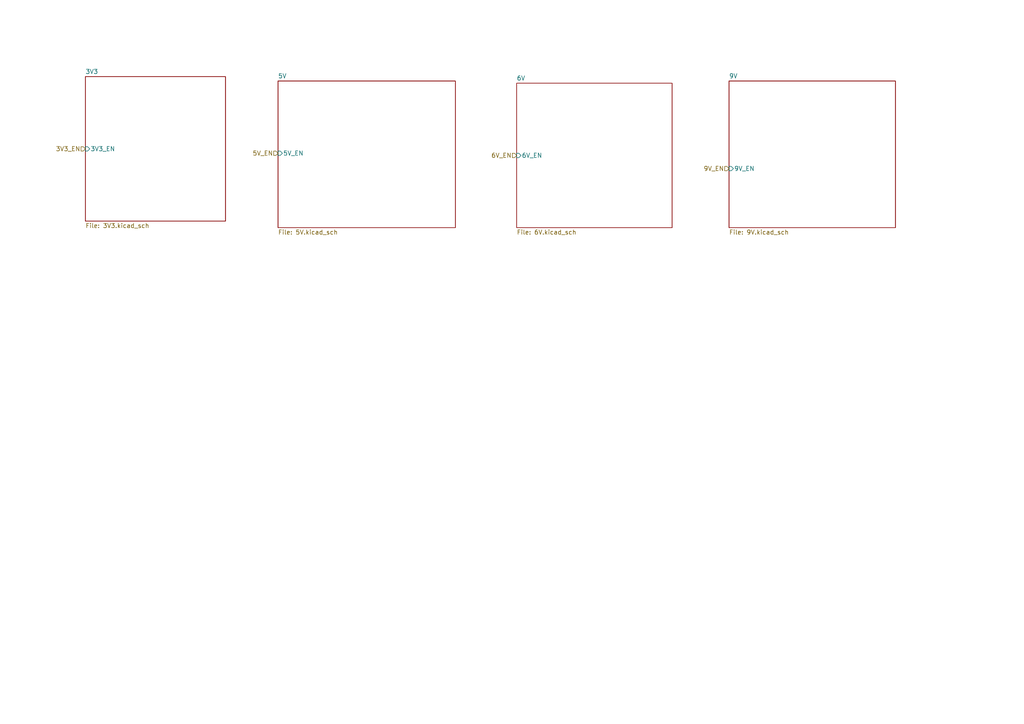
<source format=kicad_sch>
(kicad_sch (version 20211123) (generator eeschema)
  (paper "A4")
  (lib_symbols)
  (hierarchical_label "5V_EN" (shape input) (at 80.645 44.45 180))
  (hierarchical_label "6V_EN" (shape input) (at 149.86 45.085 180))
  (hierarchical_label "3V3_EN" (shape input) (at 24.765 43.18 180))
  (hierarchical_label "9V_EN" (shape input) (at 211.455 48.895 180))
  (sheet (at 24.765 22.225) (size 40.64 41.91) (stroke (width 0.1524))
    (property "Sheet name" "3V3" (at 24.765 21.5134 0) (effects (justify left bottom)))
    (property "Sheet file" "3V3.kicad_sch" (at 24.765 64.7196 0) (effects (justify left top)))
    (pin "3V3_EN" input (at 24.765 43.18 180))
  )
  (sheet (at 149.86 24.13) (size 45.085 41.91) (stroke (width 0.1524))
    (property "Sheet name" "6V" (at 149.86 23.4184 0) (effects (justify left bottom)))
    (property "Sheet file" "6V.kicad_sch" (at 149.86 66.6246 0) (effects (justify left top)))
    (pin "6V_EN" input (at 149.86 45.085 180))
  )
  (sheet (at 80.645 23.495) (size 51.435 42.545) (stroke (width 0.1524))
    (property "Sheet name" "5V" (at 80.645 22.7834 0) (effects (justify left bottom)))
    (property "Sheet file" "5V.kicad_sch" (at 80.645 66.6246 0) (effects (justify left top)))
    (pin "5V_EN" input (at 80.645 44.45 180))
  )
  (sheet (at 211.455 23.495) (size 48.26 42.545) (stroke (width 0.1524))
    (property "Sheet name" "9V" (at 211.455 22.7834 0) (effects (justify left bottom)))
    (property "Sheet file" "9V.kicad_sch" (at 211.455 66.6246 0) (effects (justify left top)))
    (pin "9V_EN" input (at 211.455 48.895 180))
  )
)
</source>
